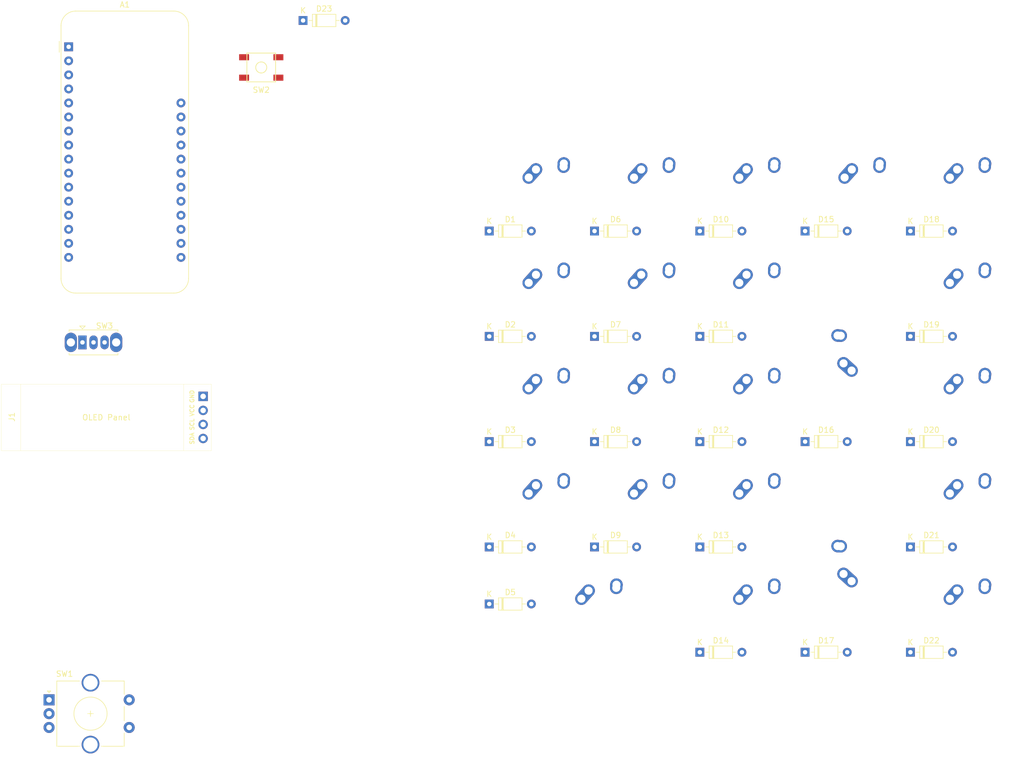
<source format=kicad_pcb>
(kicad_pcb (version 20211014) (generator pcbnew)
  (layers (0 "F.Cu" signal) (31 "B.Cu" signal) (34 "B.Paste" user) (35 "F.Paste" user) (36 "B.SilkS" user "B.Silkscreen") (37 "F.SilkS" user "F.Silkscreen") (38 "B.Mask" user) (39 "F.Mask" user) (44 "Edge.Cuts" user))
  (net 0 "")
  (net 1 "Net-(A1-Pad1)")
  (net 2 "+3V3")
  (net 4 "GND")
  (net 5 "COL0")
  (net 6 "COL1")
  (net 7 "COL2")
  (net 8 "COL3")
  (net 9 "COL4")
  (net 10 "ROT2")
  (net 17 "SDA")
  (net 18 "SCL")
  (net 19 "ROW0")
  (net 20 "ROW1")
  (net 21 "ROW2")
  (net 22 "ROW3")
  (net 23 "ROW4")
  (net 24 "ROW5")
  (net 25 "ROT1")
  (net 27 "Net-(A1-Pad27)")
  (net 29 "Net-(D1-Pad2)")
  (net 30 "Net-(D2-Pad2)")
  (net 31 "Net-(D3-Pad2)")
  (net 32 "Net-(D4-Pad2)")
  (net 33 "Net-(D5-Pad2)")
  (net 34 "Net-(D6-Pad2)")
  (net 35 "Net-(D7-Pad2)")
  (net 36 "Net-(D8-Pad2)")
  (net 37 "Net-(D9-Pad2)")
  (net 38 "Net-(D10-Pad2)")
  (net 39 "Net-(D11-Pad2)")
  (net 40 "Net-(D12-Pad2)")
  (net 41 "Net-(D13-Pad2)")
  (net 42 "Net-(D14-Pad2)")
  (net 43 "Net-(D15-Pad2)")
  (net 44 "Net-(D16-Pad2)")
  (net 45 "Net-(D17-Pad2)")
  (net 46 "Net-(D18-Pad2)")
  (net 47 "Net-(D19-Pad2)")
  (net 48 "Net-(D20-Pad2)")
  (net 49 "Net-(D21-Pad2)")
  (net 50 "Net-(D22-Pad2)")
  (net 51 "Net-(D23-Pad2)")
  (footprint "MX_Alps_Hybrid:MX-1U-NoLED" (layer "F.Cu") (at 139.7 57.15)
    (fp_text reference "MX6")
    (fp_text value "MX-NoLED")
    (pad "" np_thru_hole circle locked (at -5.08 0 48.0996) (size 1.75 1.75) (drill 1.75) (layers *.Cu *.Mask))
    (pad "" np_thru_hole circle locked (at 0 0) (size 3.9878 3.9878) (drill 3.9878) (layers *.Cu *.Mask))
    (pad "" np_thru_hole circle locked (at 5.08 0 48.0996) (size 1.75 1.75) (drill 1.75) (layers *.Cu *.Mask))
    (pad "1" thru_hole circle locked (at -2.5 -4) (size 2.25 2.25) (drill 1.47) (layers *.Cu "B.Mask") (net 34 "Net-(D6-Pad2)"))
    (pad "1" thru_hole oval locked (at -3.81 -2.54 48.0996) (size 4.211556 2.25) (drill 1.47 (offset 0.980778 0)) (layers *.Cu "B.Mask") (net 34 "Net-(D6-Pad2)"))
    (pad "2" thru_hole oval locked (at 2.5 -4.5 86.0548) (size 2.831378 2.25) (drill 1.47 (offset 0.290689 0)) (layers *.Cu "B.Mask") (net 20 "ROW1"))
    (pad "2" thru_hole circle locked (at 2.54 -5.08) (size 2.25 2.25) (drill 1.47) (layers *.Cu "B.Mask") (net 20 "ROW1"))
  )
  (footprint "Diode_THT:D_DO-35_SOD27_P7.62mm_Horizontal" (layer "F.Cu") (at 147.79625 121.44375)
    (fp_text reference "D13" (at 3.81 -2.12) (layer "F.SilkS"))
    (fp_text value "D_Small")
    (fp_text user "K" (at 0 -1.8) (layer "F.SilkS"))
    (pad "1" thru_hole rect (at 0 0) (size 1.6 1.6) (drill 0.8) (layers *.Cu *.Mask) (net 7 "COL2"))
    (pad "2" thru_hole oval (at 7.62 0) (size 1.6 1.6) (drill 0.8) (layers *.Cu *.Mask) (net 41 "Net-(D13-Pad2)"))
  )
  (footprint "KiCad-SSD1306-0.91-OLED-4pin-128x32:SSD1306-0.91-OLED-4pin-128x32" (layer "F.Cu") (at 21.43125 92.0125)
    (fp_text reference "J1" (at 1.9 5.91 90) (layer "F.SilkS"))
    (fp_text value "Conn_01x04_Male")
    (fp_text user "GND" (at 34.5 2.19 -90) (layer "F.SilkS") (effects (font (size 0.75 0.75))))
    (fp_text user "SDA" (at 34.5 9.81 -90) (layer "F.SilkS") (effects (font (size 0.75 0.75))))
    (fp_text user "OLED Panel" (at 19 6) (layer "F.SilkS"))
    (fp_text user "SCL" (at 34.5 7.27 -90) (layer "F.SilkS") (effects (font (size 0.75 0.75))))
    (fp_text user "VCC" (at 34.5 4.73 -90) (layer "F.SilkS") (effects (font (size 0.75 0.75))))
    (pad "1" thru_hole rect locked (at 36.5 2.19) (size 1.7 1.7) (drill 1) (layers *.Cu *.Mask) (net 17 "SDA"))
    (pad "2" thru_hole oval locked (at 36.5 4.73) (size 1.7 1.7) (drill 1) (layers *.Cu *.Mask) (net 18 "SCL"))
    (pad "3" thru_hole oval locked (at 36.5 7.27) (size 1.7 1.7) (drill 1) (layers *.Cu *.Mask) (net 2 "+3V3"))
    (pad "4" thru_hole oval locked (at 36.5 9.81) (size 1.7 1.7) (drill 1) (layers *.Cu *.Mask) (net 4 "GND"))
  )
  (footprint "MX_Alps_Hybrid:MX-1U-NoLED" (layer "F.Cu") (at 196.85 57.15)
    (fp_text reference "MX18")
    (fp_text value "MX-NoLED")
    (pad "" np_thru_hole circle locked (at -5.08 0 48.0996) (size 1.75 1.75) (drill 1.75) (layers *.Cu *.Mask))
    (pad "" np_thru_hole circle locked (at 5.08 0 48.0996) (size 1.75 1.75) (drill 1.75) (layers *.Cu *.Mask))
    (pad "" np_thru_hole circle locked (at 0 0) (size 3.9878 3.9878) (drill 3.9878) (layers *.Cu *.Mask))
    (pad "1" thru_hole oval locked (at -3.81 -2.54 48.0996) (size 4.211556 2.25) (drill 1.47 (offset 0.980778 0)) (layers *.Cu "B.Mask") (net 46 "Net-(D18-Pad2)"))
    (pad "1" thru_hole circle locked (at -2.5 -4) (size 2.25 2.25) (drill 1.47) (layers *.Cu "B.Mask") (net 46 "Net-(D18-Pad2)"))
    (pad "2" thru_hole oval locked (at 2.5 -4.5 86.0548) (size 2.831378 2.25) (drill 1.47 (offset 0.290689 0)) (layers *.Cu "B.Mask") (net 20 "ROW1"))
    (pad "2" thru_hole circle locked (at 2.54 -5.08) (size 2.25 2.25) (drill 1.47) (layers *.Cu "B.Mask") (net 20 "ROW1"))
  )
  (footprint "Diode_THT:D_DO-35_SOD27_P7.62mm_Horizontal" (layer "F.Cu") (at 109.69625 121.44375)
    (fp_text reference "D4" (at 3.81 -2.12) (layer "F.SilkS"))
    (fp_text value "D_Small")
    (fp_text user "K" (at 0 -1.8) (layer "F.SilkS"))
    (pad "1" thru_hole rect (at 0 0) (size 1.6 1.6) (drill 0.8) (layers *.Cu *.Mask) (net 5 "COL0"))
    (pad "2" thru_hole oval (at 7.62 0) (size 1.6 1.6) (drill 0.8) (layers *.Cu *.Mask) (net 32 "Net-(D4-Pad2)"))
  )
  (footprint "MX_Alps_Hybrid:MX-2U-NoLED" (layer "F.Cu") (at 177.8 85.725 90)
    (fp_text reference "MX16")
    (fp_text value "MX-NoLED")
    (pad "" np_thru_hole circle locked (at -11.938 -6.985 90) (size 3.048 3.048) (drill 3.048) (layers *.Cu *.Mask))
    (pad "" np_thru_hole circle locked (at 5.08 0 138.0996) (size 1.75 1.75) (drill 1.75) (layers *.Cu *.Mask))
    (pad "" np_thru_hole circle locked (at 11.938 -6.985 90) (size 3.048 3.048) (drill 3.048) (layers *.Cu *.Mask))
    (pad "" np_thru_hole circle locked (at 0 0 90) (size 3.9878 3.9878) (drill 3.9878) (layers *.Cu *.Mask))
    (pad "" np_thru_hole circle locked (at 11.938 8.255 90) (size 3.9878 3.9878) (drill 3.9878) (layers *.Cu *.Mask))
    (pad "" np_thru_hole circle locked (at -11.938 8.255 90) (size 3.9878 3.9878) (drill 3.9878) (layers *.Cu *.Mask))
    (pad "" np_thru_hole circle locked (at -5.08 0 138.0996) (size 1.75 1.75) (drill 1.75) (layers *.Cu *.Mask))
    (pad "1" thru_hole oval locked (at -3.81 -2.54 138.0996) (size 4.211556 2.25) (drill 1.47 (offset 0.980778 0)) (layers *.Cu "B.Mask") (net 44 "Net-(D16-Pad2)"))
    (pad "1" thru_hole circle locked (at -2.5 -4 90) (size 2.25 2.25) (drill 1.47) (layers *.Cu "B.Mask") (net 44 "Net-(D16-Pad2)"))
    (pad "2" thru_hole oval locked (at 2.5 -4.5 176.0548) (size 2.831378 2.25) (drill 1.47 (offset 0.290689 0)) (layers *.Cu "B.Mask") (net 21 "ROW2"))
    (pad "2" thru_hole circle locked (at 2.54 -5.08 90) (size 2.25 2.25) (drill 1.47) (layers *.Cu "B.Mask") (net 21 "ROW2"))
  )
  (footprint "MX_Alps_Hybrid:MX-1U-NoLED" (layer "F.Cu") (at 196.85 95.25)
    (fp_text reference "MX20")
    (fp_text value "MX-NoLED")
    (pad "" np_thru_hole circle locked (at 0 0) (size 3.9878 3.9878) (drill 3.9878) (layers *.Cu *.Mask))
    (pad "" np_thru_hole circle locked (at -5.08 0 48.0996) (size 1.75 1.75) (drill 1.75) (layers *.Cu *.Mask))
    (pad "" np_thru_hole circle locked (at 5.08 0 48.0996) (size 1.75 1.75) (drill 1.75) (layers *.Cu *.Mask))
    (pad "1" thru_hole circle locked (at -2.5 -4) (size 2.25 2.25) (drill 1.47) (layers *.Cu "B.Mask") (net 48 "Net-(D20-Pad2)"))
    (pad "1" thru_hole oval locked (at -3.81 -2.54 48.0996) (size 4.211556 2.25) (drill 1.47 (offset 0.980778 0)) (layers *.Cu "B.Mask") (net 48 "Net-(D20-Pad2)"))
    (pad "2" thru_hole circle locked (at 2.54 -5.08) (size 2.25 2.25) (drill 1.47) (layers *.Cu "B.Mask") (net 22 "ROW3"))
    (pad "2" thru_hole oval locked (at 2.5 -4.5 86.0548) (size 2.831378 2.25) (drill 1.47 (offset 0.290689 0)) (layers *.Cu "B.Mask") (net 22 "ROW3"))
  )
  (footprint "MX_Alps_Hybrid:MX-1U-NoLED" (layer "F.Cu") (at 120.65 57.15)
    (fp_text reference "MX1")
    (fp_text value "MX-NoLED")
    (pad "" np_thru_hole circle locked (at 5.08 0 48.0996) (size 1.75 1.75) (drill 1.75) (layers *.Cu *.Mask))
    (pad "" np_thru_hole circle locked (at -5.08 0 48.0996) (size 1.75 1.75) (drill 1.75) (layers *.Cu *.Mask))
    (pad "" np_thru_hole circle locked (at 0 0) (size 3.9878 3.9878) (drill 3.9878) (layers *.Cu *.Mask))
    (pad "1" thru_hole circle locked (at -2.5 -4) (size 2.25 2.25) (drill 1.47) (layers *.Cu "B.Mask") (net 29 "Net-(D1-Pad2)"))
    (pad "1" thru_hole oval locked (at -3.81 -2.54 48.0996) (size 4.211556 2.25) (drill 1.47 (offset 0.980778 0)) (layers *.Cu "B.Mask") (net 29 "Net-(D1-Pad2)"))
    (pad "2" thru_hole oval locked (at 2.5 -4.5 86.0548) (size 2.831378 2.25) (drill 1.47 (offset 0.290689 0)) (layers *.Cu "B.Mask") (net 20 "ROW1"))
    (pad "2" thru_hole circle locked (at 2.54 -5.08) (size 2.25 2.25) (drill 1.47) (layers *.Cu "B.Mask") (net 20 "ROW1"))
  )
  (footprint "MX_Alps_Hybrid:MX-1U-NoLED" (layer "F.Cu") (at 158.75 114.3)
    (fp_text reference "MX13")
    (fp_text value "MX-NoLED")
    (pad "" np_thru_hole circle locked (at -5.08 0 48.0996) (size 1.75 1.75) (drill 1.75) (layers *.Cu *.Mask))
    (pad "" np_thru_hole circle locked (at 0 0) (size 3.9878 3.9878) (drill 3.9878) (layers *.Cu *.Mask))
    (pad "" np_thru_hole circle locked (at 5.08 0 48.0996) (size 1.75 1.75) (drill 1.75) (layers *.Cu *.Mask))
    (pad "1" thru_hole circle locked (at -2.5 -4) (size 2.25 2.25) (drill 1.47) (layers *.Cu "B.Mask") (net 41 "Net-(D13-Pad2)"))
    (pad "1" thru_hole oval locked (at -3.81 -2.54 48.0996) (size 4.211556 2.25) (drill 1.47 (offset 0.980778 0)) (layers *.Cu "B.Mask") (net 41 "Net-(D13-Pad2)"))
    (pad "2" thru_hole circle locked (at 2.54 -5.08) (size 2.25 2.25) (drill 1.47) (layers *.Cu "B.Mask") (net 23 "ROW4"))
    (pad "2" thru_hole oval locked (at 2.5 -4.5 86.0548) (size 2.831378 2.25) (drill 1.47 (offset 0.290689 0)) (layers *.Cu "B.Mask") (net 23 "ROW4"))
  )
  (footprint "Diode_THT:D_DO-35_SOD27_P7.62mm_Horizontal" (layer "F.Cu") (at 147.79625 83.34375)
    (fp_text reference "D11" (at 3.81 -2.12) (layer "F.SilkS"))
    (fp_text value "D_Small")
    (fp_text user "K" (at 0 -1.8) (layer "F.SilkS"))
    (pad "1" thru_hole rect (at 0 0) (size 1.6 1.6) (drill 0.8) (layers *.Cu *.Mask) (net 7 "COL2"))
    (pad "2" thru_hole oval (at 7.62 0) (size 1.6 1.6) (drill 0.8) (layers *.Cu *.Mask) (net 39 "Net-(D11-Pad2)"))
  )
  (footprint "MX_Alps_Hybrid:MX-2U-NoLED" (layer "F.Cu") (at 177.8 123.825 90)
    (fp_text reference "MX17")
    (fp_text value "MX-NoLED")
    (pad "" np_thru_hole circle locked (at 11.938 8.255 90) (size 3.9878 3.9878) (drill 3.9878) (layers *.Cu *.Mask))
    (pad "" np_thru_hole circle locked (at -11.938 8.255 90) (size 3.9878 3.9878) (drill 3.9878) (layers *.Cu *.Mask))
    (pad "" np_thru_hole circle locked (at 0 0 90) (size 3.9878 3.9878) (drill 3.9878) (layers *.Cu *.Mask))
    (pad "" np_thru_hole circle locked (at -5.08 0 138.0996) (size 1.75 1.75) (drill 1.75) (layers *.Cu *.Mask))
    (pad "" np_thru_hole circle locked (at 5.08 0 138.0996) (size 1.75 1.75) (drill 1.75) (layers *.Cu *.Mask))
    (pad "" np_thru_hole circle locked (at -11.938 -6.985 90) (size 3.048 3.048) (drill 3.048) (layers *.Cu *.Mask))
    (pad "" np_thru_hole circle locked (at 11.938 -6.985 90) (size 3.048 3.048) (drill 3.048) (layers *.Cu *.Mask))
    (pad "1" thru_hole oval locked (at -3.81 -2.54 138.0996) (size 4.211556 2.25) (drill 1.47 (offset 0.980778 0)) (layers *.Cu "B.Mask") (net 45 "Net-(D17-Pad2)"))
    (pad "1" thru_hole circle locked (at -2.5 -4 90) (size 2.25 2.25) (drill 1.47) (layers *.Cu "B.Mask") (net 45 "Net-(D17-Pad2)"))
    (pad "2" thru_hole oval locked (at 2.5 -4.5 176.0548) (size 2.831378 2.25) (drill 1.47 (offset 0.290689 0)) (layers *.Cu "B.Mask") (net 23 "ROW4"))
    (pad "2" thru_hole circle locked (at 2.54 -5.08 90) (size 2.25 2.25) (drill 1.47) (layers *.Cu "B.Mask") (net 23 "ROW4"))
  )
  (footprint "Diode_THT:D_DO-35_SOD27_P7.62mm_Horizontal" (layer "F.Cu") (at 109.69625 102.39375)
    (fp_text reference "D3" (at 3.81 -2.12) (layer "F.SilkS"))
    (fp_text value "D_Small")
    (fp_text user "K" (at 0 -1.8) (layer "F.SilkS"))
    (pad "1" thru_hole rect (at 0 0) (size 1.6 1.6) (drill 0.8) (layers *.Cu *.Mask) (net 5 "COL0"))
    (pad "2" thru_hole oval (at 7.62 0) (size 1.6 1.6) (drill 0.8) (layers *.Cu *.Mask) (net 31 "Net-(D3-Pad2)"))
  )
  (footprint "Diode_THT:D_DO-35_SOD27_P7.62mm_Horizontal" (layer "F.Cu") (at 128.74625 83.34375)
    (fp_text reference "D7" (at 3.81 -2.12) (layer "F.SilkS"))
    (fp_text value "D_Small")
    (fp_text user "K" (at 0 -1.8) (layer "F.SilkS"))
    (pad "1" thru_hole rect (at 0 0) (size 1.6 1.6) (drill 0.8) (layers *.Cu *.Mask) (net 6 "COL1"))
    (pad "2" thru_hole oval (at 7.62 0) (size 1.6 1.6) (drill 0.8) (layers *.Cu *.Mask) (net 35 "Net-(D7-Pad2)"))
  )
  (footprint "MX_Alps_Hybrid:MX-1U-NoLED" (layer "F.Cu") (at 139.7 76.2)
    (fp_text reference "MX7")
    (fp_text value "MX-NoLED")
    (pad "" np_thru_hole circle locked (at 5.08 0 48.0996) (size 1.75 1.75) (drill 1.75) (layers *.Cu *.Mask))
    (pad "" np_thru_hole circle locked (at 0 0) (size 3.9878 3.9878) (drill 3.9878) (layers *.Cu *.Mask))
    (pad "" np_thru_hole circle locked (at -5.08 0 48.0996) (size 1.75 1.75) (drill 1.75) (layers *.Cu *.Mask))
    (pad "1" thru_hole circle locked (at -2.5 -4) (size 2.25 2.25) (drill 1.47) (layers *.Cu "B.Mask") (net 35 "Net-(D7-Pad2)"))
    (pad "1" thru_hole oval locked (at -3.81 -2.54 48.0996) (size 4.211556 2.25) (drill 1.47 (offset 0.980778 0)) (layers *.Cu "B.Mask") (net 35 "Net-(D7-Pad2)"))
    (pad "2" thru_hole oval locked (at 2.5 -4.5 86.0548) (size 2.831378 2.25) (drill 1.47 (offset 0.290689 0)) (layers *.Cu "B.Mask") (net 21 "ROW2"))
    (pad "2" thru_hole circle locked (at 2.54 -5.08) (size 2.25 2.25) (drill 1.47) (layers *.Cu "B.Mask") (net 21 "ROW2"))
  )
  (footprint "MX_Alps_Hybrid:MX-1U-NoLED" (layer "F.Cu") (at 158.75 57.15)
    (fp_text reference "MX10")
    (fp_text value "MX-NoLED")
    (pad "" np_thru_hole circle locked (at 0 0) (size 3.9878 3.9878) (drill 3.9878) (layers *.Cu *.Mask))
    (pad "" np_thru_hole circle locked (at 5.08 0 48.0996) (size 1.75 1.75) (drill 1.75) (layers *.Cu *.Mask))
    (pad "" np_thru_hole circle locked (at -5.08 0 48.0996) (size 1.75 1.75) (drill 1.75) (layers *.Cu *.Mask))
    (pad "1" thru_hole oval locked (at -3.81 -2.54 48.0996) (size 4.211556 2.25) (drill 1.47 (offset 0.980778 0)) (layers *.Cu "B.Mask") (net 38 "Net-(D10-Pad2)"))
    (pad "1" thru_hole circle locked (at -2.5 -4) (size 2.25 2.25) (drill 1.47) (layers *.Cu "B.Mask") (net 38 "Net-(D10-Pad2)"))
    (pad "2" thru_hole circle locked (at 2.54 -5.08) (size 2.25 2.25) (drill 1.47) (layers *.Cu "B.Mask") (net 20 "ROW1"))
    (pad "2" thru_hole oval locked (at 2.5 -4.5 86.0548) (size 2.831378 2.25) (drill 1.47 (offset 0.290689 0)) (layers *.Cu "B.Mask") (net 20 "ROW1"))
  )
  (footprint "MX_Alps_Hybrid:MX-1U-NoLED" (layer "F.Cu") (at 158.75 133.35)
    (fp_text reference "MX14")
    (fp_text value "MX-NoLED")
    (pad "" np_thru_hole circle locked (at 5.08 0 48.0996) (size 1.75 1.75) (drill 1.75) (layers *.Cu *.Mask))
    (pad "" np_thru_hole circle locked (at 0 0) (size 3.9878 3.9878) (drill 3.9878) (layers *.Cu *.Mask))
    (pad "" np_thru_hole circle locked (at -5.08 0 48.0996) (size 1.75 1.75) (drill 1.75) (layers *.Cu *.Mask))
    (pad "1" thru_hole circle locked (at -2.5 -4) (size 2.25 2.25) (drill 1.47) (layers *.Cu "B.Mask") (net 42 "Net-(D14-Pad2)"))
    (pad "1" thru_hole oval locked (at -3.81 -2.54 48.0996) (size 4.211556 2.25) (drill 1.47 (offset 0.980778 0)) (layers *.Cu "B.Mask") (net 42 "Net-(D14-Pad2)"))
    (pad "2" thru_hole oval locked (at 2.5 -4.5 86.0548) (size 2.831378 2.25) (drill 1.47 (offset 0.290689 0)) (layers *.Cu "B.Mask") (net 24 "ROW5"))
    (pad "2" thru_hole circle locked (at 2.54 -5.08) (size 2.25 2.25) (drill 1.47) (layers *.Cu "B.Mask") (net 24 "ROW5"))
  )
  (footprint "Diode_THT:D_DO-35_SOD27_P7.62mm_Horizontal" (layer "F.Cu") (at 147.79625 140.49375)
    (fp_text reference "D14" (at 3.81 -2.12) (layer "F.SilkS"))
    (fp_text value "D_Small")
    (fp_text user "K" (at 0 -1.8) (layer "F.SilkS"))
    (pad "1" thru_hole rect (at 0 0) (size 1.6 1.6) (drill 0.8) (layers *.Cu *.Mask) (net 7 "COL2"))
    (pad "2" thru_hole oval (at 7.62 0) (size 1.6 1.6) (drill 0.8) (layers *.Cu *.Mask) (net 42 "Net-(D14-Pad2)"))
  )
  (footprint "Diode_THT:D_DO-35_SOD27_P7.62mm_Horizontal" (layer "F.Cu") (at 185.89625 83.34375)
    (fp_text reference "D19" (at 3.81 -2.12) (layer "F.SilkS"))
    (fp_text value "D_Small")
    (fp_text user "K" (at 0 -1.8) (layer "F.SilkS"))
    (pad "1" thru_hole rect (at 0 0) (size 1.6 1.6) (drill 0.8) (layers *.Cu *.Mask) (net 9 "COL4"))
    (pad "2" thru_hole oval (at 7.62 0) (size 1.6 1.6) (drill 0.8) (layers *.Cu *.Mask) (net 47 "Net-(D19-Pad2)"))
  )
  (footprint "Diode_THT:D_DO-35_SOD27_P7.62mm_Horizontal" (layer "F.Cu") (at 128.74625 121.44375)
    (fp_text reference "D9" (at 3.81 -2.12) (layer "F.SilkS"))
    (fp_text value "D_Small")
    (fp_text user "K" (at 0 -1.8) (layer "F.SilkS"))
    (pad "1" thru_hole rect (at 0 0) (size 1.6 1.6) (drill 0.8) (layers *.Cu *.Mask) (net 6 "COL1"))
    (pad "2" thru_hole oval (at 7.62 0) (size 1.6 1.6) (drill 0.8) (layers *.Cu *.Mask) (net 37 "Net-(D9-Pad2)"))
  )
  (footprint "Diode_THT:D_DO-35_SOD27_P7.62mm_Horizontal" (layer "F.Cu") (at 109.69625 64.29375)
    (fp_text reference "D1" (at 3.81 -2.12) (layer "F.SilkS"))
    (fp_text value "D_Small")
    (fp_text user "K" (at 0 -1.8) (layer "F.SilkS"))
    (pad "1" thru_hole rect (at 0 0) (size 1.6 1.6) (drill 0.8) (layers *.Cu *.Mask) (net 5 "COL0"))
    (pad "2" thru_hole oval (at 7.62 0) (size 1.6 1.6) (drill 0.8) (layers *.Cu *.Mask) (net 29 "Net-(D1-Pad2)"))
  )
  (footprint "Diode_THT:D_DO-35_SOD27_P7.62mm_Horizontal" (layer "F.Cu") (at 109.69625 131.7625)
    (fp_text reference "D5" (at 3.81 -2.12) (layer "F.SilkS"))
    (fp_text value "D_Small")
    (fp_text user "K" (at 0 -1.8) (layer "F.SilkS"))
    (pad "1" thru_hole rect (at 0 0) (size 1.6 1.6) (drill 0.8) (layers *.Cu *.Mask) (net 5 "COL0"))
    (pad "2" thru_hole oval (at 7.62 0) (size 1.6 1.6) (drill 0.8) (layers *.Cu *.Mask) (net 33 "Net-(D5-Pad2)"))
  )
  (footprint "MX_Alps_Hybrid:MX-1U-NoLED" (layer "F.Cu") (at 158.75 76.2)
    (fp_text reference "MX11")
    (fp_text value "MX-NoLED")
    (pad "" np_thru_hole circle locked (at 5.08 0 48.0996) (size 1.75 1.75) (drill 1.75) (layers *.Cu *.Mask))
    (pad "" np_thru_hole circle locked (at 0 0) (size 3.9878 3.9878) (drill 3.9878) (layers *.Cu *.Mask))
    (pad "" np_thru_hole circle locked (at -5.08 0 48.0996) (size 1.75 1.75) (drill 1.75) (layers *.Cu *.Mask))
    (pad "1" thru_hole oval locked (at -3.81 -2.54 48.0996) (size 4.211556 2.25) (drill 1.47 (offset 0.980778 0)) (layers *.Cu "B.Mask") (net 39 "Net-(D11-Pad2)"))
    (pad "1" thru_hole circle locked (at -2.5 -4) (size 2.25 2.25) (drill 1.47) (layers *.Cu "B.Mask") (net 39 "Net-(D11-Pad2)"))
    (pad "2" thru_hole oval locked (at 2.5 -4.5 86.0548) (size 2.831378 2.25) (drill 1.47 (offset 0.290689 0)) (layers *.Cu "B.Mask") (net 21 "ROW2"))
    (pad "2" thru_hole circle locked (at 2.54 -5.08) (size 2.25 2.25) (drill 1.47) (layers *.Cu "B.Mask") (net 21 "ROW2"))
  )
  (footprint "Rotary_Encoder:RotaryEncoder_Alps_EC11E-Switch_Vertical_H20mm_CircularMountingHoles" (layer "F.Cu") (at 30.05625 149.10625)
    (fp_text reference "SW1" (at 2.8 -4.7) (layer "F.SilkS"))
    (fp_text value "RotaryEncoder_Switch")
    (pad "A" thru_hole rect (at 0 0) (size 2 2) (drill 1) (layers *.Cu *.Mask) (net 25 "ROT1"))
    (pad "B" thru_hole circle (at 0 5) (size 2 2) (drill 1) (layers *.Cu *.Mask) (net 10 "ROT2"))
    (pad "C" thru_hole circle (at 0 2.5) (size 2 2) (drill 1) (layers *.Cu *.Mask) (net 4 "GND"))
    (pad "MP" thru_hole circle (at 7.5 8.1) (size 3.2 3.2) (drill 2.6) (layers *.Cu *.Mask))
    (pad "MP" thru_hole circle (at 7.5 -3.1) (size 3.2 3.2) (drill 2.6) (layers *.Cu *.Mask))
    (pad "S1" thru_hole circle (at 14.5 5) (size 2 2) (drill 1) (layers *.Cu *.Mask) (net 51 "Net-(D23-Pad2)"))
    (pad "S2" thru_hole circle (at 14.5 0) (size 2 2) (drill 1) (layers *.Cu *.Mask) (net 19 "ROW0"))
  )
  (footprint "Diode_THT:D_DO-35_SOD27_P7.62mm_Horizontal" (layer "F.Cu") (at 147.79625 102.39375)
    (fp_text reference "D12" (at 3.81 -2.12) (layer "F.SilkS"))
    (fp_text value "D_Small")
    (fp_text user "K" (at 0 -1.8) (layer "F.SilkS"))
    (pad "1" thru_hole rect (at 0 0) (size 1.6 1.6) (drill 0.8) (layers *.Cu *.Mask) (net 7 "COL2"))
    (pad "2" thru_hole oval (at 7.62 0) (size 1.6 1.6) (drill 0.8) (layers *.Cu *.Mask) (net 40 "Net-(D12-Pad2)"))
  )
  (footprint "Button_Switch_THT:SW_Slide_1P2T_CK_OS102011MS2Q" (layer "F.Cu") (at 36.1 84.435)
    (fp_text reference "SW3" (at 3.99 -2.99) (layer "F.SilkS"))
    (fp_text value "SW_SPDT")
    (pad "" thru_hole oval (at -2.1 0) (size 2.2 3.5) (drill 1.5) (layers *.Cu *.Mask))
    (pad "" thru_hole oval (at 6.1 0) (size 2.2 3.5) (drill 1.5) (layers *.Cu *.Mask))
    (pad "1" thru_hole rect (at 0 0) (size 1.5 2.5) (drill 0.8) (layers *.Cu *.Mask) (net 4 "GND"))
    (pad "2" thru_hole oval (at 2 0) (size 1.5 2.5) (drill 0.8) (layers *.Cu *.Mask) (net 27 "Net-(A1-Pad27)"))
    (pad "3" thru_hole oval (at 4 0) (size 1.5 2.5) (drill 0.8) (layers *.Cu *.Mask))
  )
  (footprint "Module:Adafruit_Feather" (layer "F.Cu") (at 33.60375 30.95625)
    (fp_text reference "A1" (at 10.16 -7.62) (layer "F.SilkS"))
    (fp_text value "Adafruit_Feather_32u4_BluefruitLE")
    (pad "1" thru_hole rect (at 0 0 180) (size 1.6 1.6) (drill 0.8) (layers *.Cu *.Mask) (net 1 "Net-(A1-Pad1)"))
    (pad "2" thru_hole circle (at 0 2.54 180) (size 1.6 1.6) (drill 0.8) (layers *.Cu *.Mask) (net 2 "+3V3"))
    (pad "3" thru_hole circle (at 0 5.08 180) (size 1.6 1.6) (drill 0.8) (layers *.Cu *.Mask))
    (pad "4" thru_hole circle (at 0 7.62 180) (size 1.6 1.6) (drill 0.8) (layers *.Cu *.Mask) (net 4 "GND"))
    (pad "5" thru_hole circle (at 0 10.16 180) (size 1.6 1.6) (drill 0.8) (layers *.Cu *.Mask) (net 5 "COL0"))
    (pad "6" thru_hole circle (at 0 12.7 180) (size 1.6 1.6) (drill 0.8) (layers *.Cu *.Mask) (net 6 "COL1"))
    (pad "7" thru_hole circle (at 0 15.24 180) (size 1.6 1.6) (drill 0.8) (layers *.Cu *.Mask) (net 7 "COL2"))
    (pad "8" thru_hole circle (at 0 17.78 180) (size 1.6 1.6) (drill 0.8) (layers *.Cu *.Mask) (net 8 "COL3"))
    (pad "9" thru_hole circle (at 0 20.32 180) (size 1.6 1.6) (drill 0.8) (layers *.Cu *.Mask) (net 9 "COL4"))
    (pad "10" thru_hole circle (at 0 22.86 180) (size 1.6 1.6) (drill 0.8) (layers *.Cu *.Mask) (net 10 "ROT2"))
    (pad "11" thru_hole circle (at 0 25.4 180) (size 1.6 1.6) (drill 0.8) (layers *.Cu *.Mask))
    (pad "12" thru_hole circle (at 0 27.94 180) (size 1.6 1.6) (drill 0.8) (layers *.Cu *.Mask))
    (pad "13" thru_hole circle (at 0 30.48 180) (size 1.6 1.6) (drill 0.8) (layers *.Cu *.Mask))
    (pad "14" thru_hole circle (at 0 33.02 180) (size 1.6 1.6) (drill 0.8) (layers *.Cu *.Mask))
    (pad "15" thru_hole circle (at 0 35.56 180) (size 1.6 1.6) (drill 0.8) (layers *.Cu *.Mask))
    (pad "16" thru_hole circle (at 0 38.1 180) (size 1.6 1.6) (drill 0.8) (layers *.Cu *.Mask))
    (pad "17" thru_hole circle (at 20.32 38.1 180) (size 1.6 1.6) (drill 0.8) (layers *.Cu *.Mask) (net 17 "SDA"))
    (pad "18" thru_hole circle (at 20.32 35.56 180) (size 1.6 1.6) (drill 0.8) (layers *.Cu *.Mask) (net 18 "SCL"))
    (pad "19" thru_hole circle (at 20.32 33.02 180) (size 1.6 1.6) (drill 0.8) (layers *.Cu *.Mask) (net 19 "ROW0"))
    (pad "20" thru_hole circle (at 20.32 30.48 180) (size 1.6 1.6) (drill 0.8) (layers *.Cu *.Mask) (net 20 "ROW1"))
    (pad "21" thru_hole circle (at 20.32 27.94 180) (size 1.6 1.6) (drill 0.8) (layers *.Cu *.Mask) (net 21 "ROW2"))
    (pad "22" thru_hole circle (at 20.32 25.4 180) (size 1.6 1.6) (drill 0.8) (layers *.Cu *.Mask) (net 22 "ROW3"))
    (pad "23" thru_hole circle (at 20.32 22.86 180) (size 1.6 1.6) (drill 0.8) (layers *.Cu *.Mask) (net 23 "ROW4"))
    (pad "24" thru_hole circle (at 20.32 20.32 180) (size 1.6 1.6) (drill 0.8) (layers *.Cu *.Mask) (net 24 "ROW5"))
    (pad "25" thru_hole circle (at 20.32 17.78 180) (size 1.6 1.6) (drill 0.8) (layers *.Cu *.Mask) (net 25 "ROT1"))
    (pad "26" thru_hole circle (at 20.32 15.24 180) (size 1.6 1.6) (drill 0.8) (layers *.Cu *.Mask))
    (pad "27" thru_hole circle (at 20.32 12.7 180) (size 1.6 1.6) (drill 0.8) (layers *.Cu *.Mask) (net 27 "Net-(A1-Pad27)"))
    (pad "28" thru_hole circle (at 20.32 10.16 180) (size 1.6 1.6) (drill 0.8) (layers *.Cu *.Mask))
  )
  (footprint "MX_Alps_Hybrid:MX-1U-NoLED" (layer "F.Cu") (at 120.65 95.25)
    (fp_text reference "MX3")
    (fp_text value "MX-NoLED")
    (pad "" np_thru_hole circle locked (at -5.08 0 48.0996) (size 1.75 1.75) (drill 1.75) (layers *.Cu *.Mask))
    (pad "" np_thru_hole circle locked (at 0 0) (size 3.9878 3.9878) (drill 3.9878) (layers *.Cu *.Mask))
    (pad "" np_thru_hole circle locked (at 5.08 0 48.0996) (size 1.75 1.75) (drill 1.75) (layers *.Cu *.Mask))
    (pad "1" thru_hole oval locked (at -3.81 -2.54 48.0996) (size 4.211556 2.25) (drill 1.47 (offset 0.980778 0)) (layers *.Cu "B.Mask") (net 31 "Net-(D3-Pad2)"))
    (pad "1" thru_hole circle locked (at -2.5 -4) (size 2.25 2.25) (drill 1.47) (layers *.Cu "B.Mask") (net 31 "Net-(D3-Pad2)"))
    (pad "2" thru_hole oval locked (at 2.5 -4.5 86.0548) (size 2.831378 2.25) (drill 1.47 (offset 0.290689 0)) (layers *.Cu "B.Mask") (net 22 "ROW3"))
    (pad "2" thru_hole circle locked (at 2.54 -5.08) (size 2.25 2.25) (drill 1.47) (layers *.Cu "B.Mask") (net 22 "ROW3"))
  )
  (footprint "random-keyboard-parts:SKQG-1155865" (layer "F.Cu") (at 68.44625 34.69375)
    (fp_text reference "SW2" (at 0 4.064) (layer "F.SilkS"))
    (fp_text value "SW_Push")
    (pad "1" smd rect locked (at 3.1 1.85) (size 1.8 1.1) (layers "F.Cu" "F.Paste" "F.Mask") (net 1 "Net-(A1-Pad1)"))
    (pad "2" smd rect locked (at -3.1 -1.85) (size 1.8 1.1) (layers "F.Cu" "F.Paste" "F.Mask") (net 4 "GND"))
    (pad "3" smd rect locked (at 3.1 -1.85) (size 1.8 1.1) (layers "F.Cu" "F.Paste" "F.Mask"))
    (pad "4" smd rect locked (at -3.1 1.85) (size 1.8 1.1) (layers "F.Cu" "F.Paste" "F.Mask"))
  )
  (footprint "Diode_THT:D_DO-35_SOD27_P7.62mm_Horizontal" (layer "F.Cu") (at 76.01625 26.19375)
    (fp_text reference "D23" (at 3.81 -2.12) (layer "F.SilkS"))
    (fp_text value "D_Small")
    (fp_text user "K" (at 0 -1.8) (layer "F.SilkS"))
    (pad "1" thru_hole rect (at 0 0) (size 1.6 1.6) (drill 0.8) (layers *.Cu *.Mask) (net 9 "COL4"))
    (pad "2" thru_hole oval (at 7.62 0) (size 1.6 1.6) (drill 0.8) (layers *.Cu *.Mask) (net 51 "Net-(D23-Pad2)"))
  )
  (footprint "Diode_THT:D_DO-35_SOD27_P7.62mm_Horizontal" (layer "F.Cu") (at 147.79625 64.29375)
    (fp_text reference "D10" (at 3.81 -2.12) (layer "F.SilkS"))
    (fp_text value "D_Small")
    (fp_text user "K" (at 0 -1.8) (layer "F.SilkS"))
    (pad "1" thru_hole rect (at 0 0) (size 1.6 1.6) (drill 0.8) (layers *.Cu *.Mask) (net 7 "COL2"))
    (pad "2" thru_hole oval (at 7.62 0) (size 1.6 1.6) (drill 0.8) (layers *.Cu *.Mask) (net 38 "Net-(D10-Pad2)"))
  )
  (footprint "MX_Alps_Hybrid:MX-1U-NoLED" (layer "F.Cu") (at 139.7 114.3)
    (fp_text reference "MX9")
    (fp_text value "MX-NoLED")
    (pad "" np_thru_hole circle locked (at 0 0) (size 3.9878 3.9878) (drill 3.9878) (layers *.Cu *.Mask))
    (pad "" np_thru_hole circle locked (at -5.08 0 48.0996) (size 1.75 1.75) (drill 1.75) (layers *.Cu *.Mask))
    (pad "" np_thru_hole circle locked (at 5.08 0 48.0996) (size 1.75 1.75) (drill 1.75) (layers *.Cu *.Mask))
    (pad "1" thru_hole oval locked (at -3.81 -2.54 48.0996) (size 4.211556 2.25) (drill 1.47 (offset 0.980778 0)) (layers *.Cu "B.Mask") (net 37 "Net-(D9-Pad2)"))
    (pad "1" thru_hole circle locked (at -2.5 -4) (size 2.25 2.25) (drill 1.47) (layers *.Cu "B.Mask") (net 37 "Net-(D9-Pad2)"))
    (pad "2" thru_hole oval locked (at 2.5 -4.5 86.0548) (size 2.831378 2.25) (drill 1.47 (offset 0.290689 0)) (layers *.Cu "B.Mask") (net 23 "ROW4"))
    (pad "2" thru_hole circle locked (at 2.54 -5.08) (size 2.25 2.25) (drill 1.47) (layers *.Cu "B.Mask") (net 23 "ROW4"))
  )
  (footprint "Diode_THT:D_DO-35_SOD27_P7.62mm_Horizontal" (layer "F.Cu") (at 185.89625 140.49375)
    (fp_text reference "D22" (at 3.81 -2.12) (layer "F.SilkS"))
    (fp_text value "D_Small")
    (fp_text user "K" (at 0 -1.8) (layer "F.SilkS"))
    (pad "1" thru_hole rect (at 0 0) (size 1.6 1.6) (drill 0.8) (layers *.Cu *.Mask) (net 9 "COL4"))
    (pad "2" thru_hole oval (at 7.62 0) (size 1.6 1.6) (drill 0.8) (layers *.Cu *.Mask) (net 50 "Net-(D22-Pad2)"))
  )
  (footprint "Diode_THT:D_DO-35_SOD27_P7.62mm_Horizontal" (layer "F.Cu") (at 185.89625 102.39375)
    (fp_text reference "D20" (at 3.81 -2.12) (layer "F.SilkS"))
    (fp_text value "D_Small")
    (fp_text user "K" (at 0 -1.8) (layer "F.SilkS"))
    (pad "1" thru_hole rect (at 0 0) (size 1.6 1.6) (drill 0.8) (layers *.Cu *.Mask) (net 9 "COL4"))
    (pad "2" thru_hole oval (at 7.62 0) (size 1.6 1.6) (drill 0.8) (layers *.Cu *.Mask) (net 48 "Net-(D20-Pad2)"))
  )
  (footprint "MX_Alps_Hybrid:MX-1U-NoLED" (layer "F.Cu") (at 196.85 76.2)
    (fp_text reference "MX19")
    (fp_text value "MX-NoLED")
    (pad "" np_thru_hole circle locked (at 5.08 0 48.0996) (size 1.75 1.75) (drill 1.75) (layers *.Cu *.Mask))
    (pad "" np_thru_hole circle locked (at -5.08 0 48.0996) (size 1.75 1.75) (drill 1.75) (layers *.Cu *.Mask))
    (pad "" np_thru_hole circle locked (at 0 0) (size 3.9878 3.9878) (drill 3.9878) (layers *.Cu *.Mask))
    (pad "1" thru_hole oval locked (at -3.81 -2.54 48.0996) (size 4.211556 2.25) (drill 1.47 (offset 0.980778 0)) (layers *.Cu "B.Mask") (net 47 "Net-(D19-Pad2)"))
    (pad "1" thru_hole circle locked (at -2.5 -4) (size 2.25 2.25) (drill 1.47) (layers *.Cu "B.Mask") (net 47 "Net-(D19-Pad2)"))
    (pad "2" thru_hole oval locked (at 2.5 -4.5 86.0548) (size 2.831378 2.25) (drill 1.47 (offset 0.290689 0)) (layers *.Cu "B.Mask") (net 21 "ROW2"))
    (pad "2" thru_hole circle locked (at 2.54 -5.08) (size 2.25 2.25) (drill 1.47) (layers *.Cu "B.Mask") (net 21 "ROW2"))
  )
  (footprint "MX_Alps_Hybrid:MX-1U-NoLED" (layer "F.Cu") (at 196.85 133.35)
    (fp_text reference "MX22")
    (fp_text value "MX-NoLED")
    (pad "" np_thru_hole circle locked (at 0 0) (size 3.9878 3.9878) (drill 3.9878) (layers *.Cu *.Mask))
    (pad "" np_thru_hole circle locked (at 5.08 0 48.0996) (size 1.75 1.75) (drill 1.75) (layers *.Cu *.Mask))
    (pad "" np_thru_hole circle locked (at -5.08 0 48.0996) (size 1.75 1.75) (drill 1.75) (layers *.Cu *.Mask))
    (pad "1" thru_hole circle locked (at -2.5 -4) (size 2.25 2.25) (drill 1.47) (layers *.Cu "B.Mask") (net 50 "Net-(D22-Pad2)"))
    (pad "1" thru_hole oval locked (at -3.81 -2.54 48.0996) (size 4.211556 2.25) (drill 1.47 (offset 0.980778 0)) (layers *.Cu "B.Mask") (net 50 "Net-(D22-Pad2)"))
    (pad "2" thru_hole circle locked (at 2.54 -5.08) (size 2.25 2.25) (drill 1.47) (layers *.Cu "B.Mask") (net 24 "ROW5"))
    (pad "2" thru_hole oval locked (at 2.5 -4.5 86.0548) (size 2.831378 2.25) (drill 1.47 (offset 0.290689 0)) (layers *.Cu "B.Mask") (net 24 "ROW5"))
  )
  (footprint "MX_Alps_Hybrid:MX-1U-NoLED" (layer "F.Cu") (at 120.65 76.2)
    (fp_text reference "MX2")
    (fp_text value "MX-NoLED")
    (pad "" np_thru_hole circle locked (at -5.08 0 48.0996) (size 1.75 1.75) (drill 1.75) (layers *.Cu *.Mask))
    (pad "" np_thru_hole circle locked (at 0 0) (size 3.9878 3.9878) (drill 3.9878) (layers *.Cu *.Mask))
    (pad "" np_thru_hole circle locked (at 5.08 0 48.0996) (size 1.75 1.75) (drill 1.75) (layers *.Cu *.Mask))
    (pad "1" thru_hole oval locked (at -3.81 -2.54 48.0996) (size 4.211556 2.25) (drill 1.47 (offset 0.980778 0)) (layers *.Cu "B.Mask") (net 30 "Net-(D2-Pad2)"))
    (pad "1" thru_hole circle locked (at -2.5 -4) (size 2.25 2.25) (drill 1.47) (layers *.Cu "B.Mask") (net 30 "Net-(D2-Pad2)"))
    (pad "2" thru_hole oval locked (at 2.5 -4.5 86.0548) (size 2.831378 2.25) (drill 1.47 (offset 0.290689 0)) (layers *.Cu "B.Mask") (net 21 "ROW2"))
    (pad "2" thru_hole circle locked (at 2.54 -5.08) (size 2.25 2.25) (drill 1.47) (layers *.Cu "B.Mask") (net 21 "ROW2"))
  )
  (footprint "MX_Alps_Hybrid:MX-1U-NoLED" (layer "F.Cu") (at 177.8 57.15)
    (fp_text reference "MX15")
    (fp_text value "MX-NoLED")
    (pad "" np_thru_hole circle locked (at 0 0) (size 3.9878 3.9878) (drill 3.9878) (layers *.Cu *.Mask))
    (pad "" np_thru_hole circle locked (at 5.08 0 48.0996) (size 1.75 1.75) (drill 1.75) (layers *.Cu *.Mask))
    (pad "" np_thru_hole circle locked (at -5.08 0 48.0996) (size 1.75 1.75) (drill 1.75) (layers *.Cu *.Mask))
    (pad "1" thru_hole oval locked (at -3.81 -2.54 48.0996) (size 4.211556 2.25) (drill 1.47 (offset 0.980778 0)) (layers *.Cu "B.Mask") (net 43 "Net-(D15-Pad2)"))
    (pad "1" thru_hole circle locked (at -2.5 -4) (size 2.25 2.25) (drill 1.47) (layers *.Cu "B.Mask") (net 43 "Net-(D15-Pad2)"))
    (pad "2" thru_hole circle locked (at 2.54 -5.08) (size 2.25 2.25) (drill 1.47) (layers *.Cu "B.Mask") (net 20 "ROW1"))
    (pad "2" thru_hole oval locked (at 2.5 -4.5 86.0548) (size 2.831378 2.25) (drill 1.47 (offset 0.290689 0)) (layers *.Cu "B.Mask") (net 20 "ROW1"))
  )
  (footprint "Diode_THT:D_DO-35_SOD27_P7.62mm_Horizontal" (layer "F.Cu") (at 128.74625 64.29375)
    (fp_text reference "D6" (at 3.81 -2.12) (layer "F.SilkS"))
    (fp_text value "D_Small")
    (fp_text user "K" (at 0 -1.8) (layer "F.SilkS"))
    (pad "1" thru_hole rect (at 0 0) (size 1.6 1.6) (drill 0.8) (layers *.Cu *.Mask) (net 6 "COL1"))
    (pad "2" thru_hole oval (at 7.62 0) (size 1.6 1.6) (drill 0.8) (layers *.Cu *.Mask) (net 34 "Net-(D6-Pad2)"))
  )
  (footprint "Diode_THT:D_DO-35_SOD27_P7.62mm_Horizontal" (layer "F.Cu") (at 128.74625 102.39375)
    (fp_text reference "D8" (at 3.81 -2.12) (layer "F.SilkS"))
    (fp_text value "D_Small")
    (fp_text user "K" (at 0 -1.8) (layer "F.SilkS"))
    (pad "1" thru_hole rect (at 0 0) (size 1.6 1.6) (drill 0.8) (layers *.Cu *.Mask) (net 6 "COL1"))
    (pad "2" thru_hole oval (at 7.62 0) (size 1.6 1.6) (drill 0.8) (layers *.Cu *.Mask) (net 36 "Net-(D8-Pad2)"))
  )
  (footprint "MX_Alps_Hybrid:MX-1U-NoLED" (layer "F.Cu") (at 120.65 114.3)
    (fp_text reference "MX4")
    (fp_text value "MX-NoLED")
    (pad "" np_thru_hole circle locked (at -5.08 0 48.0996) (size 1.75 1.75) (drill 1.75) (layers *.Cu *.Mask))
    (pad "" np_thru_hole circle locked (at 0 0) (size 3.9878 3.9878) (drill 3.9878) (layers *.Cu *.Mask))
    (pad "" np_thru_hole circle locked (at 5.08 0 48.0996) (size 1.75 1.75) (drill 1.75) (layers *.Cu *.Mask))
    (pad "1" thru_hole circle locked (at -2.5 -4) (size 2.25 2.25) (drill 1.47) (layers *.Cu "B.Mask") (net 32 "Net-(D4-Pad2)"))
    (pad "1" thru_hole oval locked (at -3.81 -2.54 48.0996) (size 4.211556 2.25) (drill 1.47 (offset 0.980778 0)) (layers *.Cu "B.Mask") (net 32 "Net-(D4-Pad2)"))
    (pad "2" thru_hole circle locked (at 2.54 -5.08) (size 2.25 2.25) (drill 1.47) (layers *.Cu "B.Mask") (net 23 "ROW4"))
    (pad "2" thru_hole oval locked (at 2.5 -4.5 86.0548) (size 2.831378 2.25) (drill 1.47 (offset 0.290689 0)) (layers *.Cu "B.Mask") (net 23 "ROW4"))
  )
  (footprint "Diode_THT:D_DO-35_SOD27_P7.62mm_Horizontal" (layer "F.Cu") (at 166.84625 64.29375)
    (fp_text reference "D15" (at 3.81 -2.12) (layer "F.SilkS"))
    (fp_text value "D_Small")
    (fp_text user "K" (at 0 -1.8) (layer "F.SilkS"))
    (pad "1" thru_hole rect (at 0 0) (size 1.6 1.6) (drill 0.8) (layers *.Cu *.Mask) (net 8 "COL3"))
    (pad "2" thru_hole oval (at 7.62 0) (size 1.6 1.6) (drill 0.8) (layers *.Cu *.Mask) (net 43 "Net-(D15-Pad2)"))
  )
  (footprint "MX_Alps_Hybrid:MX-1U-NoLED" (layer "F.Cu") (at 139.7 95.25)
    (fp_text reference "MX8")
    (fp_text value "MX-NoLED")
    (pad "" np_thru_hole circle locked (at 0 0) (size 3.9878 3.9878) (drill 3.9878) (layers *.Cu *.Mask))
    (pad "" np_thru_hole circle locked (at -5.08 0 48.0996) (size 1.75 1.75) (drill 1.75) (layers *.Cu *.Mask))
    (pad "" np_thru_hole circle locked (at 5.08 0 48.0996) (size 1.75 1.75) (drill 1.75) (layers *.Cu *.Mask))
    (pad "1" thru_hole circle locked (at -2.5 -4) (size 2.25 2.25) (drill 1.47) (layers *.Cu "B.Mask") (net 36 "Net-(D8-Pad2)"))
    (pad "1" thru_hole oval locked (at -3.81 -2.54 48.0996) (size 4.211556 2.25) (drill 1.47 (offset 0.980778 0)) (layers *.Cu "B.Mask") (net 36 "Net-(D8-Pad2)"))
    (pad "2" thru_hole circle locked (at 2.54 -5.08) (size 2.25 2.25) (drill 1.47) (layers *.Cu "B.Mask") (net 22 "ROW3"))
    (pad "2" thru_hole oval locked (at 2.5 -4.5 86.0548) (size 2.831378 2.25) (drill 1.47 (offset 0.290689 0)) (layers *.Cu "B.Mask") (net 22 "ROW3"))
  )
  (footprint "Diode_THT:D_DO-35_SOD27_P7.62mm_Horizontal" (layer "F.Cu") (at 166.84625 102.39375)
    (fp_text reference "D16" (at 3.81 -2.12) (layer "F.SilkS"))
    (fp_text value "D_Small")
    (fp_text user "K" (at 0 -1.8) (layer "F.SilkS"))
    (pad "1" thru_hole rect (at 0 0) (size 1.6 1.6) (drill 0.8) (layers *.Cu *.Mask) (net 8 "COL3"))
    (pad "2" thru_hole oval (at 7.62 0) (size 1.6 1.6) (drill 0.8) (layers *.Cu *.Mask) (net 44 "Net-(D16-Pad2)"))
  )
  (footprint "MX_Alps_Hybrid:MX-2U-NoLED" (layer "F.Cu") (at 130.175 133.35)
    (fp_text reference "MX5")
    (fp_text value "MX-NoLED")
    (pad "" np_thru_hole circle locked (at 11.938 -6.985) (size 3.048 3.048) (drill 3.048) (layers *.Cu *.Mask))
    (pad "" np_thru_hole circle locked (at -11.938 8.255) (size 3.9878 3.9878) (drill 3.9878) (layers *.Cu *.Mask))
    (pad "" np_thru_hole circle locked (at -5.08 0 48.0996) (size 1.75 1.75) (drill 1.75) (layers *.Cu *.Mask))
    (pad "" np_thru_hole circle locked (at 5.08 0 48.0996) (size 1.75 1.75) (drill 1.75) (layers *.Cu *.Mask))
    (pad "" np_thru_hole circle locked (at 0 0) (size 3.9878 3.9878) (drill 3.9878) (layers *.Cu *.Mask))
    (pad "" np_thru_hole circle locked (at 11.938 8.255) (size 3.9878 3.9878) (drill 3.9878) (layers *.Cu *.Mask))
    (pad "" np_thru_hole circle locked (at -11.938 -6.985) (size 3.048 3.048) (drill 3.048) (layers *.Cu *.Mask))
    (pad "1" thru_hole circle locked (at -2.5 -4) (size 2.25 2.25) (drill 1.47) (layers *.Cu "B.Mask") (net 33 "Net-(D5-Pad2)"))
    (pad "1" thru_hole oval locked (at -3.81 -2.54 48.0996) (size 4.211556 2.25) (drill 1.47 (offset 0.980778 0)) (layers *.Cu "B.Mask") (net 33 "Net-(D5-Pad2)"))
    (pad "2" thru_hole oval locked (at 2.5 -4.5 86.0548) (size 2.831378 2.25) (drill 1.47 (offset 0.290689 0)) (layers *.Cu "B.Mask") (net 24 "ROW5"))
    (pad "2" thru_hole circle locked (at 2.54 -5.08) (size 2.25 2.25) (drill 1.47) (layers *.Cu "B.Mask") (net 24 "ROW5"))
  )
  (footprint "MX_Alps_Hybrid:MX-1U-NoLED" (layer "F.Cu") (at 196.85 114.3)
    (fp_text reference "MX21")
    (fp_text value "MX-NoLED")
    (pad "" np_thru_hole circle locked (at 5.08 0 48.0996) (size 1.75 1.75) (drill 1.75) (layers *.Cu *.Mask))
    (pad "" np_thru_hole circle locked (at 0 0) (size 3.9878 3.9878) (drill 3.9878) (layers *.Cu *.Mask))
    (pad "" np_thru_hole circle locked (at -5.08 0 48.0996) (size 1.75 1.75) (drill 1.75) (layers *.Cu *.Mask))
    (pad "1" thru_hole circle locked (at -2.5 -4) (size 2.25 2.25) (drill 1.47) (layers *.Cu "B.Mask") (net 49 "Net-(D21-Pad2)"))
    (pad "1" thru_hole oval locked (at -3.81 -2.54 48.0996) (size 4.211556 2.25) (drill 1.47 (offset 0.980778 0)) (layers *.Cu "B.Mask") (net 49 "Net-(D21-Pad2)"))
    (pad "2" thru_hole circle locked (at 2.54 -5.08) (size 2.25 2.25) (drill 1.47) (layers *.Cu "B.Mask") (net 23 "ROW4"))
    (pad "2" thru_hole oval locked (at 2.5 -4.5 86.0548) (size 2.831378 2.25) (drill 1.47 (offset 0.290689 0)) (layers *.Cu "B.Mask") (net 23 "ROW4"))
  )
  (footprint "Diode_THT:D_DO-35_SOD27_P7.62mm_Horizontal" (layer "F.Cu") (at 166.84625 140.49375)
    (fp_text reference "D17" (at 3.81 -2.12) (layer "F.SilkS"))
    (fp_text value "D_Small")
    (fp_text user "K" (at 0 -1.8) (layer "F.SilkS"))
    (pad "1" thru_hole rect (at 0 0) (size 1.6 1.6) (drill 0.8) (layers *.Cu *.Mask) (net 8 "COL3"))
    (pad "2" thru_hole oval (at 7.62 0) (size 1.6 1.6) (drill 0.8) (layers *.Cu *.Mask) (net 45 "Net-(D17-Pad2)"))
  )
  (footprint "Diode_THT:D_DO-35_SOD27_P7.62mm_Horizontal" (layer "F.Cu") (at 109.69625 83.34375)
    (fp_text reference "D2" (at 3.81 -2.12) (layer "F.SilkS"))
    (fp_text value "D_Small")
    (fp_text user "K" (at 0 -1.8) (layer "F.SilkS"))
    (pad "1" thru_hole rect (at 0 0) (size 1.6 1.6) (drill 0.8) (layers *.Cu *.Mask) (net 5 "COL0"))
    (pad "2" thru_hole oval (at 7.62 0) (size 1.6 1.6) (drill 0.8) (layers *.Cu *.Mask) (net 30 "Net-(D2-Pad2)"))
  )
  (footprint "MX_Alps_Hybrid:MX-1U-NoLED" (layer "F.Cu") (at 158.75 95.25)
    (fp_text reference "MX12")
    (fp_text value "MX-NoLED")
    (pad "" np_thru_hole circle locked (at 5.08 0 48.0996) (size 1.75 1.75) (drill 1.75) (layers *.Cu *.Mask))
    (pad "" np_thru_hole circle locked (at -5.08 0 48.0996) (size 1.75 1.75) (drill 1.75) (layers *.Cu *.Mask))
    (pad "" np_thru_hole circle locked (at 0 0) (size 3.9878 3.9878) (drill 3.9878) (layers *.Cu *.Mask))
    (pad "1" thru_hole oval locked (at -3.81 -2.54 48.0996) (size 4.211556 2.25) (drill 1.47 (offset 0.980778 0)) (layers *.Cu "B.Mask") (net 40 "Net-(D12-Pad2)"))
    (pad "1" thru_hole circle locked (at -2.5 -4) (size 2.25 2.25) (drill 1.47) (layers *.Cu "B.Mask") (net 40 "Net-(D12-Pad2)"))
    (pad "2" thru_hole oval locked (at 2.5 -4.5 86.0548) (size 2.831378 2.25) (drill 1.47 (offset 0.290689 0)) (layers *.Cu "B.Mask") (net 22 "ROW3"))
    (pad "2" thru_hole circle locked (at 2.54 -5.08) (size 2.25 2.25) (drill 1.47) (layers *.Cu "B.Mask") (net 22 "ROW3"))
  )
  (footprint "Diode_THT:D_DO-35_SOD27_P7.62mm_Horizontal" (layer "F.Cu") (at 185.89625 64.29375)
    (fp_text reference "D18" (at 3.81 -2.12) (layer "F.SilkS"))
    (fp_text value "D_Small")
    (fp_text user "K" (at 0 -1.8) (layer "F.SilkS"))
    (pad "1" thru_hole rect (at 0 0) (size 1.6 1.6) (drill 0.8) (layers *.Cu *.Mask) (net 9 "COL4"))
    (pad "2" thru_hole oval (at 7.62 0) (size 1.6 1.6) (drill 0.8) (layers *.Cu *.Mask) (net 46 "Net-(D18-Pad2)"))
  )
  (footprint "Diode_THT:D_DO-35_SOD27_P7.62mm_Horizontal" (layer "F.Cu") (at 185.89625 121.44375)
    (fp_text reference "D21" (at 3.81 -2.12) (layer "F.SilkS"))
    (fp_text value "D_Small")
    (fp_text user "K" (at 0 -1.8) (layer "F.SilkS"))
    (pad "1" thru_hole rect (at 0 0) (size 1.6 1.6) (drill 0.8) (layers *.Cu *.Mask) (net 9 "COL4"))
    (pad "2" thru_hole oval (at 7.62 0) (size 1.6 1.6) (drill 0.8) (layers *.Cu *.Mask) (net 49 "Net-(D21-Pad2)"))
  )
)
</source>
